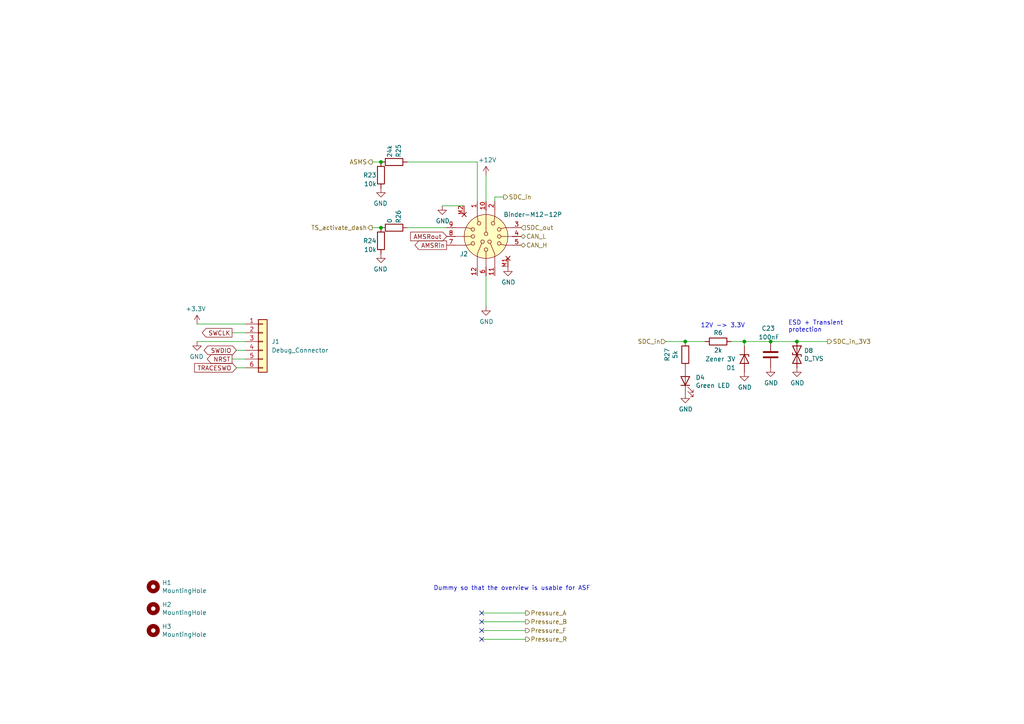
<source format=kicad_sch>
(kicad_sch (version 20211123) (generator eeschema)
  (paper "A4")
  (title_block (title "SDCL - Connections") (date "2021-12-16") (rev "v1.0") (company "FaSTTUBe - Formula Student Team TU Berlin") (comment 1 "Car 113") (comment 2 "EBS Electronics") (comment 3 "Electrical connections: Power, Programming, Buttons, CAN, SDC"))
  (lib_symbols
    (symbol "Connector_Generic:Conn_01x06" (pin_names (offset 1.016) hide)
      (property "Reference" "J" (at 0 7.62 0))
      (property "Value" "Conn_01x06" (at 0 -10.16 0))
      (symbol "Conn_01x06_1_1"
        (rectangle (start -1.27 -7.493) (end 0 -7.747) (stroke (width 0.1524)))
        (rectangle (start -1.27 -4.953) (end 0 -5.207) (stroke (width 0.1524)))
        (rectangle (start -1.27 -2.413) (end 0 -2.667) (stroke (width 0.1524)))
        (rectangle (start -1.27 0.127) (end 0 -0.127) (stroke (width 0.1524)))
        (rectangle (start -1.27 2.667) (end 0 2.413) (stroke (width 0.1524)))
        (rectangle (start -1.27 5.207) (end 0 4.953) (stroke (width 0.1524)))
        (rectangle (start -1.27 6.35) (end 1.27 -8.89) (stroke (width 0.254)) (fill (type background)))
        (pin passive line (at -5.08 5.08 0) (length 3.81) (name "Pin_1") (number "1"))
        (pin passive line (at -5.08 2.54 0) (length 3.81) (name "Pin_2") (number "2"))
        (pin passive line (at -5.08 0 0) (length 3.81) (name "Pin_3") (number "3"))
        (pin passive line (at -5.08 -2.54 0) (length 3.81) (name "Pin_4") (number "4"))
        (pin passive line (at -5.08 -5.08 0) (length 3.81) (name "Pin_5") (number "5"))
        (pin passive line (at -5.08 -7.62 0) (length 3.81) (name "Pin_6") (number "6"))
      )
    )
    (symbol "Custom:Binder-M12-12P" (pin_names (offset 1.016))
      (property "Reference" "J" (at -6.985 -5.715 0))
      (property "Value" "Binder-M12-12P" (at 4.572 6.858 0))
      (symbol "Binder-M12-12P_0_1"
        (circle (center -3.81 2.032) (radius 0.508))
        (circle (center -1.016 -1.524) (radius 0.508))
        (circle (center 0 -3.81) (radius 0.508))
        (polyline (pts (xy -8.89 -2.54) (xy -6.35 -2.54)))
        (polyline (pts (xy -8.89 2.54) (xy -6.35 2.54)))
        (polyline (pts (xy -2.54 -5.08) (xy -2.54 -8.89)))
        (polyline (pts (xy -2.54 6.35) (xy -2.54 7.62)))
        (polyline (pts (xy -1.2446 -1.9558) (xy -2.54 -5.08)))
        (polyline (pts (xy 0 -4.318) (xy 0 -8.89)))
        (polyline (pts (xy 0 2.54) (xy 0 1.27)))
        (polyline (pts (xy 0 2.54) (xy 0 7.62)))
        (polyline (pts (xy 1.2192 -1.9812) (xy 2.54 -5.08)))
        (polyline (pts (xy 2.54 -5.08) (xy 2.54 -8.89)))
        (polyline (pts (xy 2.54 6.35) (xy 2.54 7.62)))
        (polyline (pts (xy 6.35 -2.54) (xy 7.62 -2.54)))
        (polyline (pts (xy 6.35 2.54) (xy 7.62 2.54)))
        (polyline (pts (xy -6.35 2.54) (xy -5.588 2.54) (xy -4.318 2.286)))
        (polyline (pts (xy 6.35 2.54) (xy 5.588 2.54) (xy 4.318 2.286)))
        (circle (center 0 0) (radius 6.35) (fill (type background)))
        (circle (center 0 0.762) (radius 0.508))
        (circle (center 1.016 -1.524) (radius 0.508))
        (circle (center 3.81 2.032) (radius 0.508))
      )
      (symbol "Binder-M12-12P_1_1"
        (circle (center -3.81 -2.032) (radius 0.508))
        (circle (center -3.81 0) (radius 0.508))
        (circle (center -2.032 3.81) (radius 0.508))
        (polyline (pts (xy -4.318 0) (xy -8.89 0)))
        (polyline (pts (xy 4.318 0) (xy 8.89 0)))
        (polyline (pts (xy -6.35 -2.54) (xy -5.588 -2.54) (xy -4.318 -2.286)))
        (polyline (pts (xy -2.54 6.35) (xy -2.54 5.588) (xy -2.286 4.318)))
        (polyline (pts (xy 2.54 6.35) (xy 2.54 5.588) (xy 2.286 4.318)))
        (polyline (pts (xy 6.35 -2.54) (xy 5.588 -2.54) (xy 4.318 -2.286)))
        (circle (center 2.032 3.81) (radius 0.508))
        (circle (center 3.81 -2.032) (radius 0.508))
        (circle (center 3.81 0) (radius 0.508))
        (pin passive line (at -2.54 10.16 270) (length 2.54) (name "~") (number "1"))
        (pin passive line (at 0 10.16 270) (length 2.54) (name "~") (number "10"))
        (pin passive line (at 2.54 -11.43 90) (length 2.54) (name "~") (number "11"))
        (pin passive line (at -2.54 -11.43 90) (length 2.54) (name "~") (number "12"))
        (pin passive line (at 2.54 10.16 270) (length 2.54) (name "~") (number "2"))
        (pin passive line (at 10.16 2.54 180) (length 2.54) (name "~") (number "3"))
        (pin passive line (at 10.16 0 180) (length 2.54) (name "~") (number "4"))
        (pin passive line (at 10.16 -2.54 180) (length 2.54) (name "~") (number "5"))
        (pin passive line (at 0 -11.43 90) (length 2.54) (name "~") (number "6"))
        (pin passive line (at -11.43 -2.54 0) (length 2.54) (name "~") (number "7"))
        (pin passive line (at -11.43 0 0) (length 2.54) (name "~") (number "8"))
        (pin passive line (at -11.43 2.54 0) (length 2.54) (name "~") (number "9"))
        (pin passive non_logic (at 6.35 -8.89 90) (length 2.54) (name "~") (number "M1"))
        (pin passive non_logic (at -6.35 8.89 270) (length 2.54) (name "~") (number "M2"))
      )
    )
    (symbol "Device:C" (pin_numbers hide) (pin_names (offset 0.254))
      (property "Reference" "C" (at 0.635 2.54 0))
      (property "Value" "C" (at 0.635 -2.54 0))
      (symbol "C_0_1"
        (polyline (pts (xy -2.032 -0.762) (xy 2.032 -0.762)) (stroke (width 0.508)))
        (polyline (pts (xy -2.032 0.762) (xy 2.032 0.762)) (stroke (width 0.508)))
      )
      (symbol "C_1_1"
        (pin passive line (at 0 3.81 270) (length 2.794) (name "~") (number "1"))
        (pin passive line (at 0 -3.81 90) (length 2.794) (name "~") (number "2"))
      )
    )
    (symbol "Device:D_TVS" (pin_numbers hide) (pin_names (offset 1.016) hide)
      (property "Reference" "D" (at 0 2.54 0))
      (property "Value" "D_TVS" (at 0 -2.54 0))
      (symbol "D_TVS_0_1"
        (polyline (pts (xy 1.27 0) (xy -1.27 0)))
        (polyline (pts (xy 0.508 1.27) (xy 0 1.27) (xy 0 -1.27) (xy -0.508 -1.27)) (stroke (width 0.254)))
        (polyline (pts (xy -2.54 1.27) (xy -2.54 -1.27) (xy 2.54 1.27) (xy 2.54 -1.27) (xy -2.54 1.27)) (stroke (width 0.254)))
      )
      (symbol "D_TVS_1_1"
        (pin passive line (at -3.81 0 0) (length 2.54) (name "A1") (number "1"))
        (pin passive line (at 3.81 0 180) (length 2.54) (name "A2") (number "2"))
      )
    )
    (symbol "Device:D_Zener" (pin_numbers hide) (pin_names (offset 1.016) hide)
      (property "Reference" "D" (at 0 2.54 0))
      (property "Value" "D_Zener" (at 0 -2.54 0))
      (symbol "D_Zener_0_1"
        (polyline (pts (xy 1.27 0) (xy -1.27 0)))
        (polyline (pts (xy -1.27 -1.27) (xy -1.27 1.27) (xy -0.762 1.27)) (stroke (width 0.254)))
        (polyline (pts (xy 1.27 -1.27) (xy 1.27 1.27) (xy -1.27 0) (xy 1.27 -1.27)) (stroke (width 0.254)))
      )
      (symbol "D_Zener_1_1"
        (pin passive line (at -3.81 0 0) (length 2.54) (name "K") (number "1"))
        (pin passive line (at 3.81 0 180) (length 2.54) (name "A") (number "2"))
      )
    )
    (symbol "Device:LED" (pin_numbers hide) (pin_names (offset 1.016) hide)
      (property "Reference" "D" (at 0 2.54 0))
      (property "Value" "LED" (at 0 -2.54 0))
      (symbol "LED_0_1"
        (polyline (pts (xy -1.27 -1.27) (xy -1.27 1.27)) (stroke (width 0.254)))
        (polyline (pts (xy -1.27 0) (xy 1.27 0)))
        (polyline (pts (xy 1.27 -1.27) (xy 1.27 1.27) (xy -1.27 0) (xy 1.27 -1.27)) (stroke (width 0.254)))
        (polyline (pts (xy -3.048 -0.762) (xy -4.572 -2.286) (xy -3.81 -2.286) (xy -4.572 -2.286) (xy -4.572 -1.524)))
        (polyline (pts (xy -1.778 -0.762) (xy -3.302 -2.286) (xy -2.54 -2.286) (xy -3.302 -2.286) (xy -3.302 -1.524)))
      )
      (symbol "LED_1_1"
        (pin passive line (at -3.81 0 0) (length 2.54) (name "K") (number "1"))
        (pin passive line (at 3.81 0 180) (length 2.54) (name "A") (number "2"))
      )
    )
    (symbol "Device:R" (pin_numbers hide) (pin_names (offset 0))
      (property "Reference" "R" (at 2.032 0 90))
      (property "Value" "R" (at 0 0 90))
      (symbol "R_0_1"
        (rectangle (start -1.016 -2.54) (end 1.016 2.54) (stroke (width 0.254)))
      )
      (symbol "R_1_1"
        (pin passive line (at 0 3.81 270) (length 1.27) (name "~") (number "1"))
        (pin passive line (at 0 -3.81 90) (length 1.27) (name "~") (number "2"))
      )
    )
    (symbol "Mechanical:MountingHole" (pin_names (offset 1.016))
      (property "Reference" "H" (at 0 5.08 0))
      (property "Value" "MountingHole" (at 0 3.175 0))
      (symbol "MountingHole_0_1"
        (circle (center 0 0) (radius 1.27) (stroke (width 1.27)))
      )
    )
    (symbol "power:+12V" (power) (pin_names (offset 0))
      (property "Value" "+12V" (at 0 3.556 0))
      (symbol "+12V_0_1"
        (polyline (pts (xy -0.762 1.27) (xy 0 2.54)))
        (polyline (pts (xy 0 0) (xy 0 2.54)))
        (polyline (pts (xy 0 2.54) (xy 0.762 1.27)))
      )
      (symbol "+12V_1_1"
        (pin power_in line (at 0 0 90) (length 0) hide (name "+12V") (number "1"))
      )
    )
    (symbol "power:+3.3V" (power) (pin_names (offset 0))
      (property "Value" "+3.3V" (at 0 3.556 0))
      (symbol "+3.3V_0_1"
        (polyline (pts (xy -0.762 1.27) (xy 0 2.54)))
        (polyline (pts (xy 0 0) (xy 0 2.54)))
        (polyline (pts (xy 0 2.54) (xy 0.762 1.27)))
      )
      (symbol "+3.3V_1_1"
        (pin power_in line (at 0 0 90) (length 0) hide (name "+3.3V") (number "1"))
      )
    )
    (symbol "power:GND" (power) (pin_names (offset 0))
      (property "Value" "GND" (at 0 -3.81 0))
      (symbol "GND_0_1"
        (polyline (pts (xy 0 0) (xy 0 -1.27) (xy 1.27 -1.27) (xy 0 -2.54) (xy -1.27 -1.27) (xy 0 -1.27)))
      )
      (symbol "GND_1_1"
        (pin power_in line (at 0 0 270) (length 0) hide (name "GND") (number "1"))
      )
    )
  )
  (junction (at 215.9 99.06))
  (junction (at 231.14 99.06))
  (junction (at 110.49 66.04))
  (junction (at 110.49 46.99))
  (junction (at 198.755 99.06))
  (junction (at 223.52 99.06))
  (no_connect (at 139.7 185.42))
  (no_connect (at 139.7 180.34))
  (no_connect (at 139.7 177.8))
  (no_connect (at 139.7 182.88))
  (wire (pts (xy 68.58 101.6) (xy 71.12 101.6)))
  (wire (pts (xy 68.58 106.68) (xy 71.12 106.68)))
  (wire (pts (xy 215.9 99.06) (xy 223.52 99.06)))
  (wire (pts (xy 67.31 104.14) (xy 71.12 104.14)))
  (wire (pts (xy 215.9 100.33) (xy 215.9 99.06)))
  (wire (pts (xy 223.52 99.06) (xy 231.14 99.06)))
  (wire (pts (xy 118.11 46.99) (xy 138.43 46.99)))
  (wire (pts (xy 107.95 66.04) (xy 110.49 66.04)))
  (wire (pts (xy 198.755 99.06) (xy 204.47 99.06)))
  (wire (pts (xy 57.15 93.98) (xy 71.12 93.98)))
  (wire (pts (xy 139.7 177.8) (xy 152.4 177.8)))
  (wire (pts (xy 193.04 99.06) (xy 198.755 99.06)))
  (wire (pts (xy 140.97 80.01) (xy 140.97 88.9)))
  (wire (pts (xy 143.51 57.15) (xy 146.05 57.15)))
  (wire (pts (xy 57.15 99.06) (xy 71.12 99.06)))
  (wire (pts (xy 118.11 66.04) (xy 129.54 66.04)))
  (wire (pts (xy 128.27 59.69) (xy 134.62 59.69)))
  (wire (pts (xy 143.51 58.42) (xy 143.51 57.15)))
  (wire (pts (xy 138.43 46.99) (xy 138.43 58.42)))
  (wire (pts (xy 107.95 46.99) (xy 110.49 46.99)))
  (wire (pts (xy 140.97 50.8) (xy 140.97 58.42)))
  (wire (pts (xy 139.7 185.42) (xy 152.4 185.42)))
  (wire (pts (xy 139.7 180.34) (xy 152.4 180.34)))
  (wire (pts (xy 67.31 96.52) (xy 71.12 96.52)))
  (wire (pts (xy 231.14 99.06) (xy 240.03 99.06)))
  (wire (pts (xy 212.09 99.06) (xy 215.9 99.06)))
  (wire (pts (xy 139.7 182.88) (xy 152.4 182.88)))
  (text "Dummy so that the overview is usable for ASF" (at 125.73 171.45 0) (effects (font (size 1.27 1.27)) (justify left bottom)))
  (text "12V -> 3.3V" (at 203.2 95.25 0) (effects (font (size 1.27 1.27)) (justify left bottom)))
  (text "ESD + Transient\nprotection" (at 228.6 96.52 0) (effects (font (size 1.27 1.27)) (justify left bottom)))
  (global_label "AMSRin" (shape output) (at 129.54 71.12 180) (property "Intersheet References" "${INTERSHEET_REFS}" (effects hide)))
  (global_label "AMSRout" (shape input) (at 129.54 68.58 180) (property "Intersheet References" "${INTERSHEET_REFS}" (effects hide)))
  (global_label "TRACESWO" (shape input) (at 68.58 106.68 180) (property "Intersheet References" "${INTERSHEET_REFS}" (effects hide)))
  (global_label "NRST" (shape output) (at 67.31 104.14 180) (property "Intersheet References" "${INTERSHEET_REFS}" (effects hide)))
  (global_label "SWCLK" (shape output) (at 67.31 96.52 180) (property "Intersheet References" "${INTERSHEET_REFS}" (effects hide)))
  (global_label "SWDIO" (shape bidirectional) (at 68.58 101.6 180) (property "Intersheet References" "${INTERSHEET_REFS}" (effects hide)))
  (hierarchical_label "SDC_in_3V3" (shape output) (at 240.03 99.06 0))
  (hierarchical_label "Pressure_R" (shape output) (at 152.4 185.42 0))
  (hierarchical_label "SDC_out" (shape input) (at 151.13 66.04 0))
  (hierarchical_label "TS_activate_dash" (shape output) (at 107.95 66.04 180))
  (hierarchical_label "Pressure_B" (shape output) (at 152.4 180.34 0))
  (hierarchical_label "ASMS" (shape output) (at 107.95 46.99 180))
  (hierarchical_label "SDC_in" (shape output) (at 146.05 57.15 0))
  (hierarchical_label "CAN_H" (shape bidirectional) (at 151.13 71.12 0))
  (hierarchical_label "Pressure_F" (shape output) (at 152.4 182.88 0))
  (hierarchical_label "SDC_in" (shape input) (at 193.04 99.06 180))
  (hierarchical_label "CAN_L" (shape bidirectional) (at 151.13 68.58 0))
  (hierarchical_label "Pressure_A" (shape output) (at 152.4 177.8 0))
  (symbol (lib_id "Device:R") (at 208.28 99.06 90) (mirror x) (unit 1)
    (property "Reference" "R6" (at 208.28 96.52 90))
    (property "Value" "2k" (at 208.28 101.6 90))
    (property "Footprint" "Resistor_SMD:R_0603_1608Metric_Pad1.05x0.95mm_HandSolder" (effects hide))
  )
  (symbol (lib_id "power:GND") (at 215.9 107.95 0) (unit 1)
    (property "Reference" "#PWR0101" (effects hide))
    (property "Value" "GND" (at 216.027 112.3442 0))
  )
  (symbol (lib_id "power:GND") (at 231.14 106.68 0) (unit 1)
    (property "Reference" "#PWR0102" (effects hide))
    (property "Value" "GND" (at 231.267 111.0742 0))
  )
  (symbol (lib_id "Device:C") (at 223.52 102.87 180) (unit 1)
    (property "Reference" "C23" (at 224.79 95.25 0) (effects (justify left)))
    (property "Value" "100nF" (at 226.06 97.79 0) (effects (justify left)))
    (property "Footprint" "Capacitor_SMD:C_0603_1608Metric_Pad1.05x0.95mm_HandSolder" (effects hide))
  )
  (symbol (lib_id "power:GND") (at 223.52 106.68 0) (unit 1)
    (property "Reference" "#PWR0104" (effects hide))
    (property "Value" "GND" (at 223.647 111.0742 0))
  )
  (symbol (lib_id "Device:D_TVS") (at 231.14 102.87 270) (unit 1)
    (property "Reference" "D8" (at 233.172 101.7016 90) (effects (justify left)))
    (property "Value" "D_TVS" (at 233.172 104.013 90) (effects (justify left)))
    (property "Footprint" "Diode_SMD:D_SOD-323_HandSoldering" (effects hide))
  )
  (symbol (lib_id "Mechanical:MountingHole") (at 44.45 170.18 0) (unit 1)
    (property "Reference" "H1" (at 46.99 169.0116 0) (effects (justify left)))
    (property "Value" "MountingHole" (at 46.99 171.323 0) (effects (justify left)))
    (property "Footprint" "MountingHole:MountingHole_3.2mm_M3" (effects hide))
  )
  (symbol (lib_id "Mechanical:MountingHole") (at 44.45 176.53 0) (unit 1)
    (property "Reference" "H2" (at 46.99 175.3616 0) (effects (justify left)))
    (property "Value" "MountingHole" (at 46.99 177.673 0) (effects (justify left)))
    (property "Footprint" "MountingHole:MountingHole_3.2mm_M3" (effects hide))
  )
  (symbol (lib_id "Mechanical:MountingHole") (at 44.45 182.88 0) (unit 1)
    (property "Reference" "H3" (at 46.99 181.7116 0) (effects (justify left)))
    (property "Value" "MountingHole" (at 46.99 184.023 0) (effects (justify left)))
    (property "Footprint" "MountingHole:MountingHole_3.2mm_M3" (effects hide))
  )
  (symbol (lib_id "power:+12V") (at 140.97 50.8 0) (unit 1)
    (property "Reference" "#PWR0106" (effects hide))
    (property "Value" "+12V" (at 141.351 46.4058 0))
  )
  (symbol (lib_id "power:+3.3V") (at 57.15 93.98 0) (mirror y) (unit 1)
    (property "Reference" "#PWR0141" (effects hide))
    (property "Value" "+3.3V" (at 56.769 89.5858 0))
  )
  (symbol (lib_id "power:GND") (at 57.15 99.06 0) (mirror y) (unit 1)
    (property "Reference" "#PWR0164" (effects hide))
    (property "Value" "GND" (at 57.023 103.4542 0))
  )
  (symbol (lib_id "power:GND") (at 140.97 88.9 0) (unit 1)
    (property "Reference" "#PWR0110" (effects hide))
    (property "Value" "GND" (at 141.097 93.2942 0))
  )
  (symbol (lib_id "power:GND") (at 147.32 77.47 0) (unit 1)
    (property "Reference" "#PWR0121" (effects hide))
    (property "Value" "GND" (at 147.447 81.8642 0))
  )
  (symbol (lib_id "Custom:Binder-M12-12P") (at 140.97 68.58 0) (unit 1)
    (property "Reference" "J2" (at 133.35 73.66 0) (effects (justify left)))
    (property "Value" "Binder-M12-12P" (at 146.05 62.23 0) (effects (justify left)))
    (property "Footprint" "Custom:Binder_M12-A_12P_Female_NoSilk" (effects hide))
    (property "Datasheet" "http://www.mouser.com/ds/2/18/40_c091_abd_e-75918.pdf" (effects hide))
  )
  (symbol (lib_id "power:GND") (at 128.27 59.69 0) (unit 1)
    (property "Reference" "#PWR0114" (effects hide))
    (property "Value" "GND" (at 128.397 64.0842 0))
  )
  (symbol (lib_id "Device:D_Zener") (at 215.9 104.14 270) (unit 1)
    (property "Reference" "D1" (at 213.36 106.68 90) (effects (justify right)))
    (property "Value" "Zener 3V" (at 213.36 104.14 90) (effects (justify right)))
    (property "Footprint" "Diode_SMD:D_SOD-323_HandSoldering" (effects hide))
  )
  (symbol (lib_id "Device:R") (at 198.755 102.87 180) (unit 1)
    (property "Reference" "R27" (at 193.4972 102.87 90))
    (property "Value" "5k" (at 195.8086 102.87 90))
    (property "Footprint" "Resistor_SMD:R_0603_1608Metric_Pad1.05x0.95mm_HandSolder" (effects hide))
  )
  (symbol (lib_id "power:GND") (at 110.49 73.66 0) (mirror y) (unit 1)
    (property "Reference" "#PWR011" (effects hide))
    (property "Value" "GND" (at 110.363 78.0542 0))
  )
  (symbol (lib_id "Device:R") (at 114.3 66.04 270) (mirror x) (unit 1)
    (property "Reference" "R26" (at 115.57 64.77 0) (effects (justify left)))
    (property "Value" "0" (at 113.03 64.77 0) (effects (justify left)))
    (property "Footprint" "Resistor_SMD:R_0603_1608Metric_Pad1.05x0.95mm_HandSolder" (effects hide))
  )
  (symbol (lib_id "Device:LED") (at 198.755 110.49 90) (unit 1)
    (property "Reference" "D4" (at 201.7522 109.4994 90) (effects (justify right)))
    (property "Value" "Green LED" (at 201.7522 111.8108 90) (effects (justify right)))
    (property "Footprint" "Diode_SMD:D_0603_1608Metric_Pad1.05x0.95mm_HandSolder" (effects hide))
  )
  (symbol (lib_id "Device:R") (at 110.49 69.85 0) (mirror y) (unit 1)
    (property "Reference" "R24" (at 109.22 69.85 0) (effects (justify left)))
    (property "Value" "10k" (at 109.22 72.39 0) (effects (justify left)))
    (property "Footprint" "Resistor_SMD:R_0603_1608Metric_Pad1.05x0.95mm_HandSolder" (effects hide))
  )
  (symbol (lib_id "Device:R") (at 110.49 50.8 0) (mirror y) (unit 1)
    (property "Reference" "R23" (at 109.22 50.8 0) (effects (justify left)))
    (property "Value" "10k" (at 109.22 53.34 0) (effects (justify left)))
    (property "Footprint" "Resistor_SMD:R_0603_1608Metric_Pad1.05x0.95mm_HandSolder" (effects hide))
  )
  (symbol (lib_id "power:GND") (at 110.49 54.61 0) (mirror y) (unit 1)
    (property "Reference" "#PWR010" (effects hide))
    (property "Value" "GND" (at 110.363 59.0042 0))
  )
  (symbol (lib_id "Device:R") (at 114.3 46.99 270) (mirror x) (unit 1)
    (property "Reference" "R25" (at 115.57 45.72 0) (effects (justify left)))
    (property "Value" "24k" (at 113.03 45.72 0) (effects (justify left)))
    (property "Footprint" "Resistor_SMD:R_0603_1608Metric_Pad1.05x0.95mm_HandSolder" (effects hide))
  )
  (symbol (lib_id "Connector_Generic:Conn_01x06") (at 76.2 99.06 0) (unit 1)
    (property "Reference" "J1" (at 78.74 99.0599 0) (effects (justify left)))
    (property "Value" "Debug_Connector" (at 78.74 101.5999 0) (effects (justify left)))
    (property "Footprint" "Connector_PinHeader_2.54mm:PinHeader_1x07_P2.54mm_Horizontal" (effects hide))
  )
  (symbol (lib_id "power:GND") (at 198.755 114.3 0) (unit 1)
    (property "Reference" "#PWR012" (effects hide))
    (property "Value" "GND" (at 198.882 118.6942 0))
  )
)
</source>
